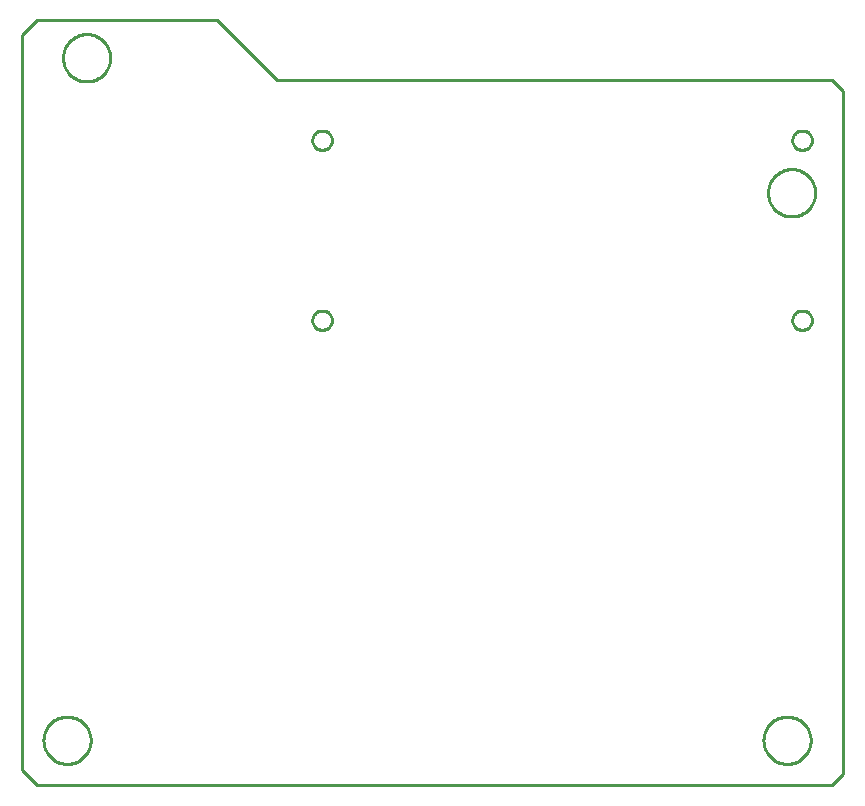
<source format=gbr>
G04 EAGLE Gerber X2 export*
%TF.Part,Single*%
%TF.FileFunction,Profile,NP*%
%TF.FilePolarity,Positive*%
%TF.GenerationSoftware,Autodesk,EAGLE,8.7.0*%
%TF.CreationDate,2018-10-16T22:36:03Z*%
G75*
%MOMM*%
%FSLAX34Y34*%
%LPD*%
%AMOC8*
5,1,8,0,0,1.08239X$1,22.5*%
G01*
%ADD10C,0.254000*%


D10*
X0Y12700D02*
X12700Y0D01*
X685800Y0D01*
X695200Y9400D01*
X695200Y587500D01*
X685800Y596900D01*
X215900Y596900D01*
X165100Y647700D01*
X12700Y647700D01*
X0Y635000D01*
X0Y12700D01*
X58100Y37496D02*
X58027Y36289D01*
X57881Y35089D01*
X57663Y33900D01*
X57374Y32727D01*
X57015Y31573D01*
X56586Y30443D01*
X56090Y29341D01*
X55528Y28270D01*
X54903Y27236D01*
X54216Y26241D01*
X53471Y25290D01*
X52669Y24385D01*
X51815Y23531D01*
X50910Y22729D01*
X49959Y21984D01*
X48964Y21297D01*
X47930Y20672D01*
X46859Y20110D01*
X45757Y19614D01*
X44627Y19185D01*
X43473Y18826D01*
X42300Y18537D01*
X41111Y18319D01*
X39911Y18173D01*
X38704Y18100D01*
X37496Y18100D01*
X36289Y18173D01*
X35089Y18319D01*
X33900Y18537D01*
X32727Y18826D01*
X31573Y19185D01*
X30443Y19614D01*
X29341Y20110D01*
X28270Y20672D01*
X27236Y21297D01*
X26241Y21984D01*
X25290Y22729D01*
X24385Y23531D01*
X23531Y24385D01*
X22729Y25290D01*
X21984Y26241D01*
X21297Y27236D01*
X20672Y28270D01*
X20110Y29341D01*
X19614Y30443D01*
X19185Y31573D01*
X18826Y32727D01*
X18537Y33900D01*
X18319Y35089D01*
X18173Y36289D01*
X18100Y37496D01*
X18100Y38704D01*
X18173Y39911D01*
X18319Y41111D01*
X18537Y42300D01*
X18826Y43473D01*
X19185Y44627D01*
X19614Y45757D01*
X20110Y46859D01*
X20672Y47930D01*
X21297Y48964D01*
X21984Y49959D01*
X22729Y50910D01*
X23531Y51815D01*
X24385Y52669D01*
X25290Y53471D01*
X26241Y54216D01*
X27236Y54903D01*
X28270Y55528D01*
X29341Y56090D01*
X30443Y56586D01*
X31573Y57015D01*
X32727Y57374D01*
X33900Y57663D01*
X35089Y57881D01*
X36289Y58027D01*
X37496Y58100D01*
X38704Y58100D01*
X39911Y58027D01*
X41111Y57881D01*
X42300Y57663D01*
X43473Y57374D01*
X44627Y57015D01*
X45757Y56586D01*
X46859Y56090D01*
X47930Y55528D01*
X48964Y54903D01*
X49959Y54216D01*
X50910Y53471D01*
X51815Y52669D01*
X52669Y51815D01*
X53471Y50910D01*
X54216Y49959D01*
X54903Y48964D01*
X55528Y47930D01*
X56090Y46859D01*
X56586Y45757D01*
X57015Y44627D01*
X57374Y43473D01*
X57663Y42300D01*
X57881Y41111D01*
X58027Y39911D01*
X58100Y38704D01*
X58100Y37496D01*
X74610Y615346D02*
X74537Y614139D01*
X74391Y612939D01*
X74173Y611750D01*
X73884Y610577D01*
X73525Y609423D01*
X73096Y608293D01*
X72600Y607191D01*
X72038Y606120D01*
X71413Y605086D01*
X70726Y604091D01*
X69981Y603140D01*
X69179Y602235D01*
X68325Y601381D01*
X67420Y600579D01*
X66469Y599834D01*
X65474Y599147D01*
X64440Y598522D01*
X63369Y597960D01*
X62267Y597464D01*
X61137Y597035D01*
X59983Y596676D01*
X58810Y596387D01*
X57621Y596169D01*
X56421Y596023D01*
X55214Y595950D01*
X54006Y595950D01*
X52799Y596023D01*
X51599Y596169D01*
X50410Y596387D01*
X49237Y596676D01*
X48083Y597035D01*
X46953Y597464D01*
X45851Y597960D01*
X44780Y598522D01*
X43746Y599147D01*
X42751Y599834D01*
X41800Y600579D01*
X40895Y601381D01*
X40041Y602235D01*
X39239Y603140D01*
X38494Y604091D01*
X37807Y605086D01*
X37182Y606120D01*
X36620Y607191D01*
X36124Y608293D01*
X35695Y609423D01*
X35336Y610577D01*
X35047Y611750D01*
X34829Y612939D01*
X34683Y614139D01*
X34610Y615346D01*
X34610Y616554D01*
X34683Y617761D01*
X34829Y618961D01*
X35047Y620150D01*
X35336Y621323D01*
X35695Y622477D01*
X36124Y623607D01*
X36620Y624709D01*
X37182Y625780D01*
X37807Y626814D01*
X38494Y627809D01*
X39239Y628760D01*
X40041Y629665D01*
X40895Y630519D01*
X41800Y631321D01*
X42751Y632066D01*
X43746Y632753D01*
X44780Y633378D01*
X45851Y633940D01*
X46953Y634436D01*
X48083Y634865D01*
X49237Y635224D01*
X50410Y635513D01*
X51599Y635731D01*
X52799Y635877D01*
X54006Y635950D01*
X55214Y635950D01*
X56421Y635877D01*
X57621Y635731D01*
X58810Y635513D01*
X59983Y635224D01*
X61137Y634865D01*
X62267Y634436D01*
X63369Y633940D01*
X64440Y633378D01*
X65474Y632753D01*
X66469Y632066D01*
X67420Y631321D01*
X68325Y630519D01*
X69179Y629665D01*
X69981Y628760D01*
X70726Y627809D01*
X71413Y626814D01*
X72038Y625780D01*
X72600Y624709D01*
X73096Y623607D01*
X73525Y622477D01*
X73884Y621323D01*
X74173Y620150D01*
X74391Y618961D01*
X74537Y617761D01*
X74610Y616554D01*
X74610Y615346D01*
X667700Y37496D02*
X667627Y36289D01*
X667481Y35089D01*
X667263Y33900D01*
X666974Y32727D01*
X666615Y31573D01*
X666186Y30443D01*
X665690Y29341D01*
X665128Y28270D01*
X664503Y27236D01*
X663816Y26241D01*
X663071Y25290D01*
X662269Y24385D01*
X661415Y23531D01*
X660510Y22729D01*
X659559Y21984D01*
X658564Y21297D01*
X657530Y20672D01*
X656459Y20110D01*
X655357Y19614D01*
X654227Y19185D01*
X653073Y18826D01*
X651900Y18537D01*
X650711Y18319D01*
X649511Y18173D01*
X648304Y18100D01*
X647096Y18100D01*
X645889Y18173D01*
X644689Y18319D01*
X643500Y18537D01*
X642327Y18826D01*
X641173Y19185D01*
X640043Y19614D01*
X638941Y20110D01*
X637870Y20672D01*
X636836Y21297D01*
X635841Y21984D01*
X634890Y22729D01*
X633985Y23531D01*
X633131Y24385D01*
X632329Y25290D01*
X631584Y26241D01*
X630897Y27236D01*
X630272Y28270D01*
X629710Y29341D01*
X629214Y30443D01*
X628785Y31573D01*
X628426Y32727D01*
X628137Y33900D01*
X627919Y35089D01*
X627773Y36289D01*
X627700Y37496D01*
X627700Y38704D01*
X627773Y39911D01*
X627919Y41111D01*
X628137Y42300D01*
X628426Y43473D01*
X628785Y44627D01*
X629214Y45757D01*
X629710Y46859D01*
X630272Y47930D01*
X630897Y48964D01*
X631584Y49959D01*
X632329Y50910D01*
X633131Y51815D01*
X633985Y52669D01*
X634890Y53471D01*
X635841Y54216D01*
X636836Y54903D01*
X637870Y55528D01*
X638941Y56090D01*
X640043Y56586D01*
X641173Y57015D01*
X642327Y57374D01*
X643500Y57663D01*
X644689Y57881D01*
X645889Y58027D01*
X647096Y58100D01*
X648304Y58100D01*
X649511Y58027D01*
X650711Y57881D01*
X651900Y57663D01*
X653073Y57374D01*
X654227Y57015D01*
X655357Y56586D01*
X656459Y56090D01*
X657530Y55528D01*
X658564Y54903D01*
X659559Y54216D01*
X660510Y53471D01*
X661415Y52669D01*
X662269Y51815D01*
X663071Y50910D01*
X663816Y49959D01*
X664503Y48964D01*
X665128Y47930D01*
X665690Y46859D01*
X666186Y45757D01*
X666615Y44627D01*
X666974Y43473D01*
X667263Y42300D01*
X667481Y41111D01*
X667627Y39911D01*
X667700Y38704D01*
X667700Y37496D01*
X671510Y501046D02*
X671437Y499839D01*
X671291Y498639D01*
X671073Y497450D01*
X670784Y496277D01*
X670425Y495123D01*
X669996Y493993D01*
X669500Y492891D01*
X668938Y491820D01*
X668313Y490786D01*
X667626Y489791D01*
X666881Y488840D01*
X666079Y487935D01*
X665225Y487081D01*
X664320Y486279D01*
X663369Y485534D01*
X662374Y484847D01*
X661340Y484222D01*
X660269Y483660D01*
X659167Y483164D01*
X658037Y482735D01*
X656883Y482376D01*
X655710Y482087D01*
X654521Y481869D01*
X653321Y481723D01*
X652114Y481650D01*
X650906Y481650D01*
X649699Y481723D01*
X648499Y481869D01*
X647310Y482087D01*
X646137Y482376D01*
X644983Y482735D01*
X643853Y483164D01*
X642751Y483660D01*
X641680Y484222D01*
X640646Y484847D01*
X639651Y485534D01*
X638700Y486279D01*
X637795Y487081D01*
X636941Y487935D01*
X636139Y488840D01*
X635394Y489791D01*
X634707Y490786D01*
X634082Y491820D01*
X633520Y492891D01*
X633024Y493993D01*
X632595Y495123D01*
X632236Y496277D01*
X631947Y497450D01*
X631729Y498639D01*
X631583Y499839D01*
X631510Y501046D01*
X631510Y502254D01*
X631583Y503461D01*
X631729Y504661D01*
X631947Y505850D01*
X632236Y507023D01*
X632595Y508177D01*
X633024Y509307D01*
X633520Y510409D01*
X634082Y511480D01*
X634707Y512514D01*
X635394Y513509D01*
X636139Y514460D01*
X636941Y515365D01*
X637795Y516219D01*
X638700Y517021D01*
X639651Y517766D01*
X640646Y518453D01*
X641680Y519078D01*
X642751Y519640D01*
X643853Y520136D01*
X644983Y520565D01*
X646137Y520924D01*
X647310Y521213D01*
X648499Y521431D01*
X649699Y521577D01*
X650906Y521650D01*
X652114Y521650D01*
X653321Y521577D01*
X654521Y521431D01*
X655710Y521213D01*
X656883Y520924D01*
X658037Y520565D01*
X659167Y520136D01*
X660269Y519640D01*
X661340Y519078D01*
X662374Y518453D01*
X663369Y517766D01*
X664320Y517021D01*
X665225Y516219D01*
X666079Y515365D01*
X666881Y514460D01*
X667626Y513509D01*
X668313Y512514D01*
X668938Y511480D01*
X669500Y510409D01*
X669996Y509307D01*
X670425Y508177D01*
X670784Y507023D01*
X671073Y505850D01*
X671291Y504661D01*
X671437Y503461D01*
X671510Y502254D01*
X671510Y501046D01*
X58100Y37496D02*
X58027Y36289D01*
X57881Y35089D01*
X57663Y33900D01*
X57374Y32727D01*
X57015Y31573D01*
X56586Y30443D01*
X56090Y29341D01*
X55528Y28270D01*
X54903Y27236D01*
X54216Y26241D01*
X53471Y25290D01*
X52669Y24385D01*
X51815Y23531D01*
X50910Y22729D01*
X49959Y21984D01*
X48964Y21297D01*
X47930Y20672D01*
X46859Y20110D01*
X45757Y19614D01*
X44627Y19185D01*
X43473Y18826D01*
X42300Y18537D01*
X41111Y18319D01*
X39911Y18173D01*
X38704Y18100D01*
X37496Y18100D01*
X36289Y18173D01*
X35089Y18319D01*
X33900Y18537D01*
X32727Y18826D01*
X31573Y19185D01*
X30443Y19614D01*
X29341Y20110D01*
X28270Y20672D01*
X27236Y21297D01*
X26241Y21984D01*
X25290Y22729D01*
X24385Y23531D01*
X23531Y24385D01*
X22729Y25290D01*
X21984Y26241D01*
X21297Y27236D01*
X20672Y28270D01*
X20110Y29341D01*
X19614Y30443D01*
X19185Y31573D01*
X18826Y32727D01*
X18537Y33900D01*
X18319Y35089D01*
X18173Y36289D01*
X18100Y37496D01*
X18100Y38704D01*
X18173Y39911D01*
X18319Y41111D01*
X18537Y42300D01*
X18826Y43473D01*
X19185Y44627D01*
X19614Y45757D01*
X20110Y46859D01*
X20672Y47930D01*
X21297Y48964D01*
X21984Y49959D01*
X22729Y50910D01*
X23531Y51815D01*
X24385Y52669D01*
X25290Y53471D01*
X26241Y54216D01*
X27236Y54903D01*
X28270Y55528D01*
X29341Y56090D01*
X30443Y56586D01*
X31573Y57015D01*
X32727Y57374D01*
X33900Y57663D01*
X35089Y57881D01*
X36289Y58027D01*
X37496Y58100D01*
X38704Y58100D01*
X39911Y58027D01*
X41111Y57881D01*
X42300Y57663D01*
X43473Y57374D01*
X44627Y57015D01*
X45757Y56586D01*
X46859Y56090D01*
X47930Y55528D01*
X48964Y54903D01*
X49959Y54216D01*
X50910Y53471D01*
X51815Y52669D01*
X52669Y51815D01*
X53471Y50910D01*
X54216Y49959D01*
X54903Y48964D01*
X55528Y47930D01*
X56090Y46859D01*
X56586Y45757D01*
X57015Y44627D01*
X57374Y43473D01*
X57663Y42300D01*
X57881Y41111D01*
X58027Y39911D01*
X58100Y38704D01*
X58100Y37496D01*
X74610Y615346D02*
X74537Y614139D01*
X74391Y612939D01*
X74173Y611750D01*
X73884Y610577D01*
X73525Y609423D01*
X73096Y608293D01*
X72600Y607191D01*
X72038Y606120D01*
X71413Y605086D01*
X70726Y604091D01*
X69981Y603140D01*
X69179Y602235D01*
X68325Y601381D01*
X67420Y600579D01*
X66469Y599834D01*
X65474Y599147D01*
X64440Y598522D01*
X63369Y597960D01*
X62267Y597464D01*
X61137Y597035D01*
X59983Y596676D01*
X58810Y596387D01*
X57621Y596169D01*
X56421Y596023D01*
X55214Y595950D01*
X54006Y595950D01*
X52799Y596023D01*
X51599Y596169D01*
X50410Y596387D01*
X49237Y596676D01*
X48083Y597035D01*
X46953Y597464D01*
X45851Y597960D01*
X44780Y598522D01*
X43746Y599147D01*
X42751Y599834D01*
X41800Y600579D01*
X40895Y601381D01*
X40041Y602235D01*
X39239Y603140D01*
X38494Y604091D01*
X37807Y605086D01*
X37182Y606120D01*
X36620Y607191D01*
X36124Y608293D01*
X35695Y609423D01*
X35336Y610577D01*
X35047Y611750D01*
X34829Y612939D01*
X34683Y614139D01*
X34610Y615346D01*
X34610Y616554D01*
X34683Y617761D01*
X34829Y618961D01*
X35047Y620150D01*
X35336Y621323D01*
X35695Y622477D01*
X36124Y623607D01*
X36620Y624709D01*
X37182Y625780D01*
X37807Y626814D01*
X38494Y627809D01*
X39239Y628760D01*
X40041Y629665D01*
X40895Y630519D01*
X41800Y631321D01*
X42751Y632066D01*
X43746Y632753D01*
X44780Y633378D01*
X45851Y633940D01*
X46953Y634436D01*
X48083Y634865D01*
X49237Y635224D01*
X50410Y635513D01*
X51599Y635731D01*
X52799Y635877D01*
X54006Y635950D01*
X55214Y635950D01*
X56421Y635877D01*
X57621Y635731D01*
X58810Y635513D01*
X59983Y635224D01*
X61137Y634865D01*
X62267Y634436D01*
X63369Y633940D01*
X64440Y633378D01*
X65474Y632753D01*
X66469Y632066D01*
X67420Y631321D01*
X68325Y630519D01*
X69179Y629665D01*
X69981Y628760D01*
X70726Y627809D01*
X71413Y626814D01*
X72038Y625780D01*
X72600Y624709D01*
X73096Y623607D01*
X73525Y622477D01*
X73884Y621323D01*
X74173Y620150D01*
X74391Y618961D01*
X74537Y617761D01*
X74610Y616554D01*
X74610Y615346D01*
X667700Y37496D02*
X667627Y36289D01*
X667481Y35089D01*
X667263Y33900D01*
X666974Y32727D01*
X666615Y31573D01*
X666186Y30443D01*
X665690Y29341D01*
X665128Y28270D01*
X664503Y27236D01*
X663816Y26241D01*
X663071Y25290D01*
X662269Y24385D01*
X661415Y23531D01*
X660510Y22729D01*
X659559Y21984D01*
X658564Y21297D01*
X657530Y20672D01*
X656459Y20110D01*
X655357Y19614D01*
X654227Y19185D01*
X653073Y18826D01*
X651900Y18537D01*
X650711Y18319D01*
X649511Y18173D01*
X648304Y18100D01*
X647096Y18100D01*
X645889Y18173D01*
X644689Y18319D01*
X643500Y18537D01*
X642327Y18826D01*
X641173Y19185D01*
X640043Y19614D01*
X638941Y20110D01*
X637870Y20672D01*
X636836Y21297D01*
X635841Y21984D01*
X634890Y22729D01*
X633985Y23531D01*
X633131Y24385D01*
X632329Y25290D01*
X631584Y26241D01*
X630897Y27236D01*
X630272Y28270D01*
X629710Y29341D01*
X629214Y30443D01*
X628785Y31573D01*
X628426Y32727D01*
X628137Y33900D01*
X627919Y35089D01*
X627773Y36289D01*
X627700Y37496D01*
X627700Y38704D01*
X627773Y39911D01*
X627919Y41111D01*
X628137Y42300D01*
X628426Y43473D01*
X628785Y44627D01*
X629214Y45757D01*
X629710Y46859D01*
X630272Y47930D01*
X630897Y48964D01*
X631584Y49959D01*
X632329Y50910D01*
X633131Y51815D01*
X633985Y52669D01*
X634890Y53471D01*
X635841Y54216D01*
X636836Y54903D01*
X637870Y55528D01*
X638941Y56090D01*
X640043Y56586D01*
X641173Y57015D01*
X642327Y57374D01*
X643500Y57663D01*
X644689Y57881D01*
X645889Y58027D01*
X647096Y58100D01*
X648304Y58100D01*
X649511Y58027D01*
X650711Y57881D01*
X651900Y57663D01*
X653073Y57374D01*
X654227Y57015D01*
X655357Y56586D01*
X656459Y56090D01*
X657530Y55528D01*
X658564Y54903D01*
X659559Y54216D01*
X660510Y53471D01*
X661415Y52669D01*
X662269Y51815D01*
X663071Y50910D01*
X663816Y49959D01*
X664503Y48964D01*
X665128Y47930D01*
X665690Y46859D01*
X666186Y45757D01*
X666615Y44627D01*
X666974Y43473D01*
X667263Y42300D01*
X667481Y41111D01*
X667627Y39911D01*
X667700Y38704D01*
X667700Y37496D01*
X671510Y501046D02*
X671437Y499839D01*
X671291Y498639D01*
X671073Y497450D01*
X670784Y496277D01*
X670425Y495123D01*
X669996Y493993D01*
X669500Y492891D01*
X668938Y491820D01*
X668313Y490786D01*
X667626Y489791D01*
X666881Y488840D01*
X666079Y487935D01*
X665225Y487081D01*
X664320Y486279D01*
X663369Y485534D01*
X662374Y484847D01*
X661340Y484222D01*
X660269Y483660D01*
X659167Y483164D01*
X658037Y482735D01*
X656883Y482376D01*
X655710Y482087D01*
X654521Y481869D01*
X653321Y481723D01*
X652114Y481650D01*
X650906Y481650D01*
X649699Y481723D01*
X648499Y481869D01*
X647310Y482087D01*
X646137Y482376D01*
X644983Y482735D01*
X643853Y483164D01*
X642751Y483660D01*
X641680Y484222D01*
X640646Y484847D01*
X639651Y485534D01*
X638700Y486279D01*
X637795Y487081D01*
X636941Y487935D01*
X636139Y488840D01*
X635394Y489791D01*
X634707Y490786D01*
X634082Y491820D01*
X633520Y492891D01*
X633024Y493993D01*
X632595Y495123D01*
X632236Y496277D01*
X631947Y497450D01*
X631729Y498639D01*
X631583Y499839D01*
X631510Y501046D01*
X631510Y502254D01*
X631583Y503461D01*
X631729Y504661D01*
X631947Y505850D01*
X632236Y507023D01*
X632595Y508177D01*
X633024Y509307D01*
X633520Y510409D01*
X634082Y511480D01*
X634707Y512514D01*
X635394Y513509D01*
X636139Y514460D01*
X636941Y515365D01*
X637795Y516219D01*
X638700Y517021D01*
X639651Y517766D01*
X640646Y518453D01*
X641680Y519078D01*
X642751Y519640D01*
X643853Y520136D01*
X644983Y520565D01*
X646137Y520924D01*
X647310Y521213D01*
X648499Y521431D01*
X649699Y521577D01*
X650906Y521650D01*
X652114Y521650D01*
X653321Y521577D01*
X654521Y521431D01*
X655710Y521213D01*
X656883Y520924D01*
X658037Y520565D01*
X659167Y520136D01*
X660269Y519640D01*
X661340Y519078D01*
X662374Y518453D01*
X663369Y517766D01*
X664320Y517021D01*
X665225Y516219D01*
X666079Y515365D01*
X666881Y514460D01*
X667626Y513509D01*
X668313Y512514D01*
X668938Y511480D01*
X669500Y510409D01*
X669996Y509307D01*
X670425Y508177D01*
X670784Y507023D01*
X671073Y505850D01*
X671291Y504661D01*
X671437Y503461D01*
X671510Y502254D01*
X671510Y501046D01*
X652145Y394106D02*
X652225Y394913D01*
X652383Y395708D01*
X652618Y396484D01*
X652929Y397234D01*
X653311Y397949D01*
X653762Y398623D01*
X654276Y399250D01*
X654850Y399824D01*
X655477Y400338D01*
X656151Y400789D01*
X656866Y401171D01*
X657616Y401482D01*
X658392Y401717D01*
X659187Y401876D01*
X659994Y401955D01*
X660806Y401955D01*
X661613Y401876D01*
X662408Y401717D01*
X663184Y401482D01*
X663934Y401171D01*
X664649Y400789D01*
X665323Y400338D01*
X665950Y399824D01*
X666524Y399250D01*
X667038Y398623D01*
X667489Y397949D01*
X667871Y397234D01*
X668182Y396484D01*
X668417Y395708D01*
X668576Y394913D01*
X668655Y394106D01*
X668655Y393294D01*
X668576Y392487D01*
X668417Y391692D01*
X668182Y390916D01*
X667871Y390166D01*
X667489Y389451D01*
X667038Y388777D01*
X666524Y388150D01*
X665950Y387576D01*
X665323Y387062D01*
X664649Y386611D01*
X663934Y386229D01*
X663184Y385918D01*
X662408Y385683D01*
X661613Y385525D01*
X660806Y385445D01*
X659994Y385445D01*
X659187Y385525D01*
X658392Y385683D01*
X657616Y385918D01*
X656866Y386229D01*
X656151Y386611D01*
X655477Y387062D01*
X654850Y387576D01*
X654276Y388150D01*
X653762Y388777D01*
X653311Y389451D01*
X652929Y390166D01*
X652618Y390916D01*
X652383Y391692D01*
X652225Y392487D01*
X652145Y393294D01*
X652145Y394106D01*
X652145Y546506D02*
X652225Y547313D01*
X652383Y548108D01*
X652618Y548884D01*
X652929Y549634D01*
X653311Y550349D01*
X653762Y551023D01*
X654276Y551650D01*
X654850Y552224D01*
X655477Y552738D01*
X656151Y553189D01*
X656866Y553571D01*
X657616Y553882D01*
X658392Y554117D01*
X659187Y554276D01*
X659994Y554355D01*
X660806Y554355D01*
X661613Y554276D01*
X662408Y554117D01*
X663184Y553882D01*
X663934Y553571D01*
X664649Y553189D01*
X665323Y552738D01*
X665950Y552224D01*
X666524Y551650D01*
X667038Y551023D01*
X667489Y550349D01*
X667871Y549634D01*
X668182Y548884D01*
X668417Y548108D01*
X668576Y547313D01*
X668655Y546506D01*
X668655Y545694D01*
X668576Y544887D01*
X668417Y544092D01*
X668182Y543316D01*
X667871Y542566D01*
X667489Y541851D01*
X667038Y541177D01*
X666524Y540550D01*
X665950Y539976D01*
X665323Y539462D01*
X664649Y539011D01*
X663934Y538629D01*
X663184Y538318D01*
X662408Y538083D01*
X661613Y537925D01*
X660806Y537845D01*
X659994Y537845D01*
X659187Y537925D01*
X658392Y538083D01*
X657616Y538318D01*
X656866Y538629D01*
X656151Y539011D01*
X655477Y539462D01*
X654850Y539976D01*
X654276Y540550D01*
X653762Y541177D01*
X653311Y541851D01*
X652929Y542566D01*
X652618Y543316D01*
X652383Y544092D01*
X652225Y544887D01*
X652145Y545694D01*
X652145Y546506D01*
X245745Y546506D02*
X245825Y547313D01*
X245983Y548108D01*
X246218Y548884D01*
X246529Y549634D01*
X246911Y550349D01*
X247362Y551023D01*
X247876Y551650D01*
X248450Y552224D01*
X249077Y552738D01*
X249751Y553189D01*
X250466Y553571D01*
X251216Y553882D01*
X251992Y554117D01*
X252787Y554276D01*
X253594Y554355D01*
X254406Y554355D01*
X255213Y554276D01*
X256008Y554117D01*
X256784Y553882D01*
X257534Y553571D01*
X258249Y553189D01*
X258923Y552738D01*
X259550Y552224D01*
X260124Y551650D01*
X260638Y551023D01*
X261089Y550349D01*
X261471Y549634D01*
X261782Y548884D01*
X262017Y548108D01*
X262176Y547313D01*
X262255Y546506D01*
X262255Y545694D01*
X262176Y544887D01*
X262017Y544092D01*
X261782Y543316D01*
X261471Y542566D01*
X261089Y541851D01*
X260638Y541177D01*
X260124Y540550D01*
X259550Y539976D01*
X258923Y539462D01*
X258249Y539011D01*
X257534Y538629D01*
X256784Y538318D01*
X256008Y538083D01*
X255213Y537925D01*
X254406Y537845D01*
X253594Y537845D01*
X252787Y537925D01*
X251992Y538083D01*
X251216Y538318D01*
X250466Y538629D01*
X249751Y539011D01*
X249077Y539462D01*
X248450Y539976D01*
X247876Y540550D01*
X247362Y541177D01*
X246911Y541851D01*
X246529Y542566D01*
X246218Y543316D01*
X245983Y544092D01*
X245825Y544887D01*
X245745Y545694D01*
X245745Y546506D01*
X245745Y394106D02*
X245825Y394913D01*
X245983Y395708D01*
X246218Y396484D01*
X246529Y397234D01*
X246911Y397949D01*
X247362Y398623D01*
X247876Y399250D01*
X248450Y399824D01*
X249077Y400338D01*
X249751Y400789D01*
X250466Y401171D01*
X251216Y401482D01*
X251992Y401717D01*
X252787Y401876D01*
X253594Y401955D01*
X254406Y401955D01*
X255213Y401876D01*
X256008Y401717D01*
X256784Y401482D01*
X257534Y401171D01*
X258249Y400789D01*
X258923Y400338D01*
X259550Y399824D01*
X260124Y399250D01*
X260638Y398623D01*
X261089Y397949D01*
X261471Y397234D01*
X261782Y396484D01*
X262017Y395708D01*
X262176Y394913D01*
X262255Y394106D01*
X262255Y393294D01*
X262176Y392487D01*
X262017Y391692D01*
X261782Y390916D01*
X261471Y390166D01*
X261089Y389451D01*
X260638Y388777D01*
X260124Y388150D01*
X259550Y387576D01*
X258923Y387062D01*
X258249Y386611D01*
X257534Y386229D01*
X256784Y385918D01*
X256008Y385683D01*
X255213Y385525D01*
X254406Y385445D01*
X253594Y385445D01*
X252787Y385525D01*
X251992Y385683D01*
X251216Y385918D01*
X250466Y386229D01*
X249751Y386611D01*
X249077Y387062D01*
X248450Y387576D01*
X247876Y388150D01*
X247362Y388777D01*
X246911Y389451D01*
X246529Y390166D01*
X246218Y390916D01*
X245983Y391692D01*
X245825Y392487D01*
X245745Y393294D01*
X245745Y394106D01*
M02*

</source>
